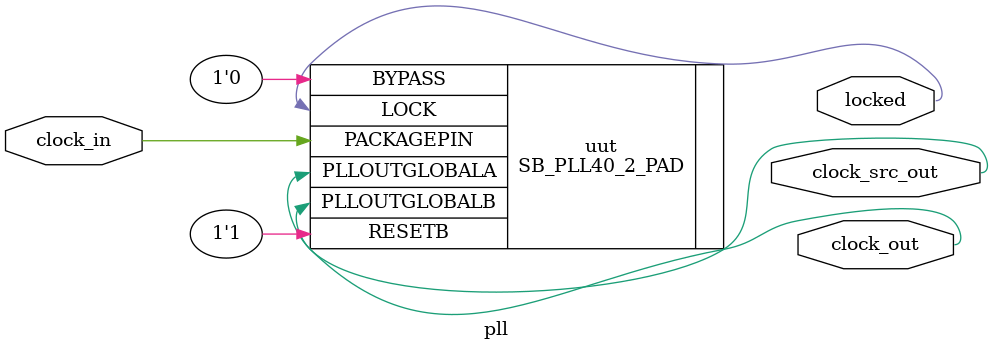
<source format=v>
`default_nettype none

module pll(
	input  clock_in,
	output clock_out,
	output clock_src_out,
	output locked,
);

  SB_PLL40_2_PAD #(
    `include "target/ice40up5k_pll_params.v"
  ) uut (
    .LOCK(locked),
    .RESETB(1'b1),
    .BYPASS(1'b0),
    .PACKAGEPIN(clock_in),
    .PLLOUTGLOBALB(clock_out),
    .PLLOUTGLOBALA(clock_src_out),
  );

endmodule

</source>
